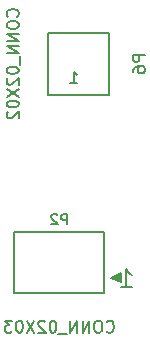
<source format=gbo>
G04 #@! TF.FileFunction,Legend,Bot*
%FSLAX46Y46*%
G04 Gerber Fmt 4.6, Leading zero omitted, Abs format (unit mm)*
G04 Created by KiCad (PCBNEW 4.0.2-stable) date 16.05.2016 20:40:08*
%MOMM*%
G01*
G04 APERTURE LIST*
%ADD10C,0.100000*%
%ADD11C,0.198120*%
%ADD12C,0.175000*%
%ADD13C,0.195580*%
%ADD14C,0.150000*%
G04 APERTURE END LIST*
D10*
D11*
X185390000Y-91000000D02*
X193010000Y-91000000D01*
X193010000Y-85800000D02*
X185390000Y-85800000D01*
X185390000Y-91000000D02*
X185390000Y-85800000D01*
X193010000Y-85800000D02*
X193010000Y-91000000D01*
X194450000Y-90510000D02*
X194890000Y-90510000D01*
X195340000Y-89450000D02*
X195210000Y-89370000D01*
X195210000Y-89370000D02*
X195050000Y-89240000D01*
X195050000Y-89240000D02*
X194910000Y-89070000D01*
X194910000Y-89070000D02*
X194880000Y-88980000D01*
X194880000Y-88980000D02*
X194880000Y-90510000D01*
X194880000Y-90510000D02*
X195320000Y-90510000D01*
X193890000Y-89800000D02*
X193890000Y-89600000D01*
X193990000Y-89600000D02*
X193990000Y-89800000D01*
X194090000Y-89900000D02*
X194090000Y-89500000D01*
X194190000Y-89500000D02*
X194190000Y-89900000D01*
X194290000Y-90000000D02*
X194290000Y-89400000D01*
X193590000Y-89700000D02*
X194390000Y-90100000D01*
X194390000Y-90100000D02*
X194390000Y-89300000D01*
X194390000Y-89300000D02*
X193590000Y-89700000D01*
X193400000Y-74200000D02*
X193400000Y-69000000D01*
X193400000Y-69000000D02*
X188200000Y-69000000D01*
X188200000Y-69000000D02*
X188200000Y-74200000D01*
X188200000Y-74200000D02*
X193400000Y-74200000D01*
D12*
X189827381Y-85184524D02*
X189827381Y-84334524D01*
X189503572Y-84334524D01*
X189422619Y-84375000D01*
X189382143Y-84415476D01*
X189341667Y-84496429D01*
X189341667Y-84617857D01*
X189382143Y-84698810D01*
X189422619Y-84739286D01*
X189503572Y-84779762D01*
X189827381Y-84779762D01*
X189017857Y-84415476D02*
X188977381Y-84375000D01*
X188896429Y-84334524D01*
X188694048Y-84334524D01*
X188613095Y-84375000D01*
X188572619Y-84415476D01*
X188532143Y-84496429D01*
X188532143Y-84577381D01*
X188572619Y-84698810D01*
X189058333Y-85184524D01*
X188532143Y-85184524D01*
D13*
X193206426Y-94255600D02*
X193253840Y-94303013D01*
X193396080Y-94350427D01*
X193490906Y-94350427D01*
X193633146Y-94303013D01*
X193727973Y-94208187D01*
X193775386Y-94113360D01*
X193822800Y-93923707D01*
X193822800Y-93781467D01*
X193775386Y-93591813D01*
X193727973Y-93496987D01*
X193633146Y-93402160D01*
X193490906Y-93354747D01*
X193396080Y-93354747D01*
X193253840Y-93402160D01*
X193206426Y-93449573D01*
X192590053Y-93354747D02*
X192400400Y-93354747D01*
X192305573Y-93402160D01*
X192210746Y-93496987D01*
X192163333Y-93686640D01*
X192163333Y-94018533D01*
X192210746Y-94208187D01*
X192305573Y-94303013D01*
X192400400Y-94350427D01*
X192590053Y-94350427D01*
X192684880Y-94303013D01*
X192779706Y-94208187D01*
X192827120Y-94018533D01*
X192827120Y-93686640D01*
X192779706Y-93496987D01*
X192684880Y-93402160D01*
X192590053Y-93354747D01*
X191736613Y-94350427D02*
X191736613Y-93354747D01*
X191167653Y-94350427D01*
X191167653Y-93354747D01*
X190693520Y-94350427D02*
X190693520Y-93354747D01*
X190124560Y-94350427D01*
X190124560Y-93354747D01*
X189887494Y-94445253D02*
X189128881Y-94445253D01*
X188702161Y-93354747D02*
X188607334Y-93354747D01*
X188512508Y-93402160D01*
X188465094Y-93449573D01*
X188417681Y-93544400D01*
X188370268Y-93734053D01*
X188370268Y-93971120D01*
X188417681Y-94160773D01*
X188465094Y-94255600D01*
X188512508Y-94303013D01*
X188607334Y-94350427D01*
X188702161Y-94350427D01*
X188796988Y-94303013D01*
X188844401Y-94255600D01*
X188891814Y-94160773D01*
X188939228Y-93971120D01*
X188939228Y-93734053D01*
X188891814Y-93544400D01*
X188844401Y-93449573D01*
X188796988Y-93402160D01*
X188702161Y-93354747D01*
X187990961Y-93449573D02*
X187943547Y-93402160D01*
X187848721Y-93354747D01*
X187611654Y-93354747D01*
X187516827Y-93402160D01*
X187469414Y-93449573D01*
X187422001Y-93544400D01*
X187422001Y-93639227D01*
X187469414Y-93781467D01*
X188038374Y-94350427D01*
X187422001Y-94350427D01*
X187090107Y-93354747D02*
X186426320Y-94350427D01*
X186426320Y-93354747D02*
X187090107Y-94350427D01*
X185857360Y-93354747D02*
X185762533Y-93354747D01*
X185667707Y-93402160D01*
X185620293Y-93449573D01*
X185572880Y-93544400D01*
X185525467Y-93734053D01*
X185525467Y-93971120D01*
X185572880Y-94160773D01*
X185620293Y-94255600D01*
X185667707Y-94303013D01*
X185762533Y-94350427D01*
X185857360Y-94350427D01*
X185952187Y-94303013D01*
X185999600Y-94255600D01*
X186047013Y-94160773D01*
X186094427Y-93971120D01*
X186094427Y-93734053D01*
X186047013Y-93544400D01*
X185999600Y-93449573D01*
X185952187Y-93402160D01*
X185857360Y-93354747D01*
X185193573Y-93354747D02*
X184577200Y-93354747D01*
X184909093Y-93734053D01*
X184766853Y-93734053D01*
X184672026Y-93781467D01*
X184624613Y-93828880D01*
X184577200Y-93923707D01*
X184577200Y-94160773D01*
X184624613Y-94255600D01*
X184672026Y-94303013D01*
X184766853Y-94350427D01*
X185051333Y-94350427D01*
X185146160Y-94303013D01*
X185193573Y-94255600D01*
D11*
X196451576Y-70863218D02*
X195453356Y-70863218D01*
X195453356Y-71243493D01*
X195500890Y-71338561D01*
X195548424Y-71386096D01*
X195643493Y-71433630D01*
X195786096Y-71433630D01*
X195881164Y-71386096D01*
X195928699Y-71338561D01*
X195976233Y-71243493D01*
X195976233Y-70863218D01*
X195453356Y-72289247D02*
X195453356Y-72099110D01*
X195500890Y-72004041D01*
X195548424Y-71956507D01*
X195691027Y-71861438D01*
X195881164Y-71813904D01*
X196261439Y-71813904D01*
X196356507Y-71861438D01*
X196404041Y-71908973D01*
X196451576Y-72004041D01*
X196451576Y-72194178D01*
X196404041Y-72289247D01*
X196356507Y-72336781D01*
X196261439Y-72384316D01*
X196023767Y-72384316D01*
X195928699Y-72336781D01*
X195881164Y-72289247D01*
X195833630Y-72194178D01*
X195833630Y-72004041D01*
X195881164Y-71908973D01*
X195928699Y-71861438D01*
X196023767Y-71813904D01*
D13*
X185655600Y-67593574D02*
X185703013Y-67546160D01*
X185750427Y-67403920D01*
X185750427Y-67309094D01*
X185703013Y-67166854D01*
X185608187Y-67072027D01*
X185513360Y-67024614D01*
X185323707Y-66977200D01*
X185181467Y-66977200D01*
X184991813Y-67024614D01*
X184896987Y-67072027D01*
X184802160Y-67166854D01*
X184754747Y-67309094D01*
X184754747Y-67403920D01*
X184802160Y-67546160D01*
X184849573Y-67593574D01*
X184754747Y-68209947D02*
X184754747Y-68399600D01*
X184802160Y-68494427D01*
X184896987Y-68589254D01*
X185086640Y-68636667D01*
X185418533Y-68636667D01*
X185608187Y-68589254D01*
X185703013Y-68494427D01*
X185750427Y-68399600D01*
X185750427Y-68209947D01*
X185703013Y-68115120D01*
X185608187Y-68020294D01*
X185418533Y-67972880D01*
X185086640Y-67972880D01*
X184896987Y-68020294D01*
X184802160Y-68115120D01*
X184754747Y-68209947D01*
X185750427Y-69063387D02*
X184754747Y-69063387D01*
X185750427Y-69632347D01*
X184754747Y-69632347D01*
X185750427Y-70106480D02*
X184754747Y-70106480D01*
X185750427Y-70675440D01*
X184754747Y-70675440D01*
X185845253Y-70912506D02*
X185845253Y-71671119D01*
X184754747Y-72097839D02*
X184754747Y-72192666D01*
X184802160Y-72287492D01*
X184849573Y-72334906D01*
X184944400Y-72382319D01*
X185134053Y-72429732D01*
X185371120Y-72429732D01*
X185560773Y-72382319D01*
X185655600Y-72334906D01*
X185703013Y-72287492D01*
X185750427Y-72192666D01*
X185750427Y-72097839D01*
X185703013Y-72003012D01*
X185655600Y-71955599D01*
X185560773Y-71908186D01*
X185371120Y-71860772D01*
X185134053Y-71860772D01*
X184944400Y-71908186D01*
X184849573Y-71955599D01*
X184802160Y-72003012D01*
X184754747Y-72097839D01*
X184849573Y-72809039D02*
X184802160Y-72856453D01*
X184754747Y-72951279D01*
X184754747Y-73188346D01*
X184802160Y-73283173D01*
X184849573Y-73330586D01*
X184944400Y-73377999D01*
X185039227Y-73377999D01*
X185181467Y-73330586D01*
X185750427Y-72761626D01*
X185750427Y-73377999D01*
X184754747Y-73709893D02*
X185750427Y-74373680D01*
X184754747Y-74373680D02*
X185750427Y-73709893D01*
X184754747Y-74942640D02*
X184754747Y-75037467D01*
X184802160Y-75132293D01*
X184849573Y-75179707D01*
X184944400Y-75227120D01*
X185134053Y-75274533D01*
X185371120Y-75274533D01*
X185560773Y-75227120D01*
X185655600Y-75179707D01*
X185703013Y-75132293D01*
X185750427Y-75037467D01*
X185750427Y-74942640D01*
X185703013Y-74847813D01*
X185655600Y-74800400D01*
X185560773Y-74752987D01*
X185371120Y-74705573D01*
X185134053Y-74705573D01*
X184944400Y-74752987D01*
X184849573Y-74800400D01*
X184802160Y-74847813D01*
X184754747Y-74942640D01*
X184849573Y-75653840D02*
X184802160Y-75701254D01*
X184754747Y-75796080D01*
X184754747Y-76033147D01*
X184802160Y-76127974D01*
X184849573Y-76175387D01*
X184944400Y-76222800D01*
X185039227Y-76222800D01*
X185181467Y-76175387D01*
X185750427Y-75606427D01*
X185750427Y-76222800D01*
D14*
X190114285Y-73252381D02*
X190685714Y-73252381D01*
X190400000Y-73252381D02*
X190400000Y-72252381D01*
X190495238Y-72395238D01*
X190590476Y-72490476D01*
X190685714Y-72538095D01*
M02*

</source>
